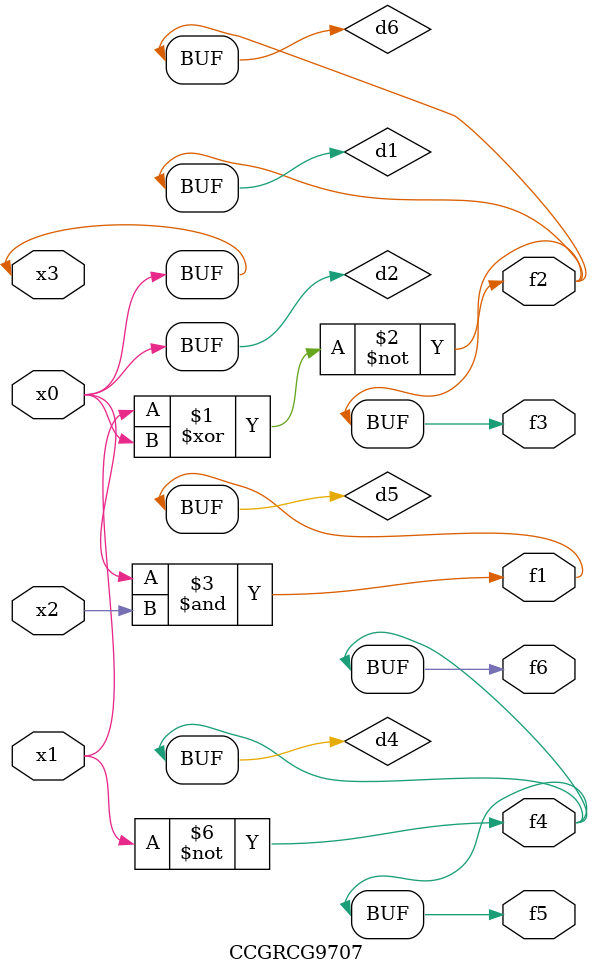
<source format=v>
module CCGRCG9707(
	input x0, x1, x2, x3,
	output f1, f2, f3, f4, f5, f6
);

	wire d1, d2, d3, d4, d5, d6;

	xnor (d1, x1, x3);
	buf (d2, x0, x3);
	nand (d3, x0, x2);
	not (d4, x1);
	nand (d5, d3);
	or (d6, d1);
	assign f1 = d5;
	assign f2 = d6;
	assign f3 = d6;
	assign f4 = d4;
	assign f5 = d4;
	assign f6 = d4;
endmodule

</source>
